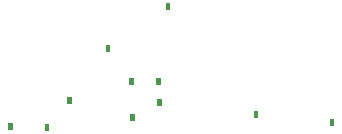
<source format=gbr>
G04 DipTrace 3.3.1.3*
G04 TopGlue.gbr*
%MOIN*%
G04 #@! TF.FileFunction,Drawing,Glue*
G04 #@! TF.Part,Single*
%FSLAX26Y26*%
G04*
G70*
G90*
G75*
G01*
G04 Top Glue*
%LPD*%
G36*
X1236709Y733134D2*
X1252449D1*
Y756756D1*
X1236709D1*
Y733134D1*
G37*
G36*
X1520709Y766587D2*
X1536449D1*
Y790209D1*
X1520709D1*
Y766587D1*
G37*
G36*
X1612209Y817087D2*
X1627949D1*
Y840709D1*
X1612209D1*
Y817087D1*
G37*
G36*
X2186709Y750087D2*
X2202449D1*
Y773709D1*
X2186709D1*
Y750087D1*
G37*
G36*
X1517709Y884587D2*
X1533449D1*
Y908209D1*
X1517709D1*
Y884587D1*
G37*
G36*
X1932512Y774283D2*
X1948252D1*
Y797906D1*
X1932512D1*
Y774283D1*
G37*
G36*
X1114709Y734587D2*
X1130449D1*
Y758209D1*
X1114709D1*
Y734587D1*
G37*
G36*
X1439709Y997087D2*
X1455449D1*
Y1020709D1*
X1439709D1*
Y997087D1*
G37*
G36*
X1310209Y823087D2*
X1325949D1*
Y846709D1*
X1310209D1*
Y823087D1*
G37*
G36*
X1607209Y884587D2*
X1622949D1*
Y908209D1*
X1607209D1*
Y884587D1*
G37*
G36*
X1639709Y1134587D2*
X1655449D1*
Y1158209D1*
X1639709D1*
Y1134587D1*
G37*
M02*

</source>
